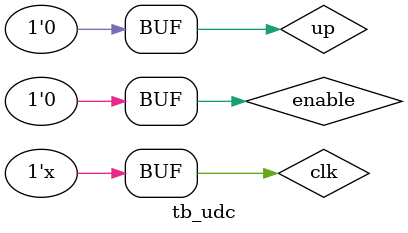
<source format=sv>
module tb_udc;

reg clk=0;reg enable; reg up;
wire [15:0] counter;



    upd uut (
        .clk(clk), 
        .enable(enable), 
        .up(up), 
        .counter(counter)
    );

	 always #5 clk <= !clk;
	
    initial begin
	 
	 enable = 0; up=0; #100; up=1; enable=1; #70; enable=0; #50; up=0; enable=1; #40; enable=0;
        
        //enable = 0; up = 0; #300; up = 1; #300; enable = 1; up = 0; #100; enable = 0;
    end
      
endmodule 
</source>
